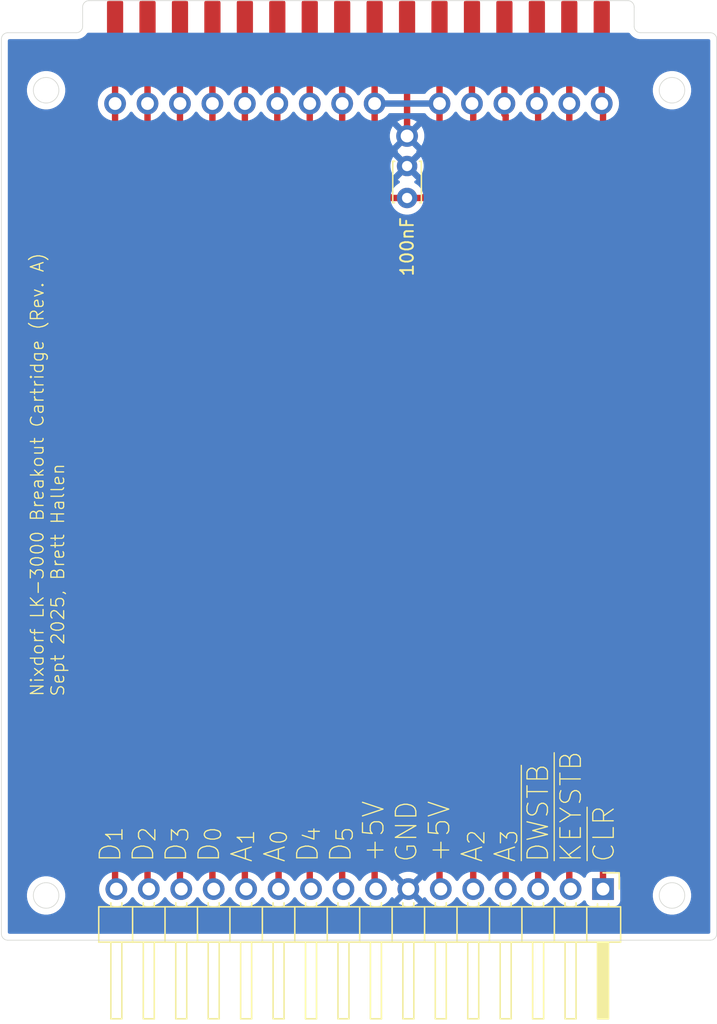
<source format=kicad_pcb>
(kicad_pcb (version 20241229) (generator "pcbnew") (generator_version "9.0")
  (title_block (title "Nixdorf LK-3000 Breakout Cartridge") (date "22/Sep/2025") (rev "A") (company "Brett Hallen") (comment 1 "www.youtube.com/@Brfff"))
  (layers (0 "F.Cu" signal) (2 "B.Cu" signal) (13 "F.Paste" user) (15 "B.Paste" user) (5 "F.SilkS" user "F.Silkscreen") (7 "B.SilkS" user "B.Silkscreen") (1 "F.Mask" user) (3 "B.Mask" user) (25 "Edge.Cuts" user))
  (net 0 "")
  (net 1 "D_{1}")
  (net 2 "A_{0}")
  (net 3 "+5V")
  (net 4 "A_{3}")
  (net 5 "D_{5}")
  (net 6 "~{CLR}")
  (net 7 "A_{2}")
  (net 8 "A_{1}")
  (net 9 "D_{2}")
  (net 10 "GND")
  (net 11 "D_{0}")
  (net 12 "~{DWSTB}")
  (net 13 "D_{4}")
  (net 14 "~{KEYSTB}")
  (net 15 "D_{3}")
  (footprint "Connector_PinHeader_2.54mm:PinHeader_1x16_P2.54mm_Horizontal" (layer "F.Cu") (at 164.1 129 -90)
    (property "Reference" "J2" (hide yes))
    (property "Value" "Breakout" (hide yes))
    (fp_line (start 1.39 39.48) (end 4.15 39.48) (stroke (width 0.12)) (layer "F.SilkS"))
    (fp_line (start 4.15 39.48) (end 4.15 -1.38) (stroke (width 0.12)) (layer "F.SilkS"))
    (fp_line (start 1.077358 38.53) (end 1.39 38.53) (stroke (width 0.12)) (layer "F.SilkS"))
    (fp_line (start 10.15 38.53) (end 4.15 38.53) (stroke (width 0.12)) (layer "F.SilkS"))
    (fp_line (start 1.077358 37.67) (end 1.39 37.67) (stroke (width 0.12)) (layer "F.SilkS"))
    (fp_line (start 4.15 37.67) (end 10.15 37.67) (stroke (width 0.12)) (layer "F.SilkS"))
    (fp_line (start 10.15 37.67) (end 10.15 38.53) (stroke (width 0.12)) (layer "F.SilkS"))
    (fp_line (start 1.39 36.83) (end 4.15 36.83) (stroke (width 0.12)) (layer "F.SilkS"))
    (fp_line (start 1.077358 35.99) (end 1.39 35.99) (stroke (width 0.12)) (layer "F.SilkS"))
    (fp_line (start 10.15 35.99) (end 4.15 35.99) (stroke (width 0.12)) (layer "F.SilkS"))
    (fp_line (start 1.077358 35.13) (end 1.39 35.13) (stroke (width 0.12)) (layer "F.SilkS"))
    (fp_line (start 4.15 35.13) (end 10.15 35.13) (stroke (width 0.12)) (layer "F.SilkS"))
    (fp_line (start 10.15 35.13) (end 10.15 35.99) (stroke (width 0.12)) (layer "F.SilkS"))
    (fp_line (start 1.39 34.29) (end 4.15 34.29) (stroke (width 0.12)) (layer "F.SilkS"))
    (fp_line (start 1.077358 33.45) (end 1.39 33.45) (stroke (width 0.12)) (layer "F.SilkS"))
    (fp_line (start 10.15 33.45) (end 4.15 33.45) (stroke (width 0.12)) (layer "F.SilkS"))
    (fp_line (start 1.077358 32.59) (end 1.39 32.59) (stroke (width 0.12)) (layer "F.SilkS"))
    (fp_line (start 4.15 32.59) (end 10.15 32.59) (stroke (width 0.12)) (layer "F.SilkS"))
    (fp_line (start 10.15 32.59) (end 10.15 33.45) (stroke (width 0.12)) (layer "F.SilkS"))
    (fp_line (start 1.39 31.75) (end 4.15 31.75) (stroke (width 0.12)) (layer "F.SilkS"))
    (fp_line (start 1.077358 30.91) (end 1.39 30.91) (stroke (width 0.12)) (layer "F.SilkS"))
    (fp_line (start 10.15 30.91) (end 4.15 30.91) (stroke (width 0.12)) (layer "F.SilkS"))
    (fp_line (start 1.077358 30.05) (end 1.39 30.05) (stroke (width 0.12)) (layer "F.SilkS"))
    (fp_line (start 4.15 30.05) (end 10.15 30.05) (stroke (width 0.12)) (layer "F.SilkS"))
    (fp_line (start 10.15 30.05) (end 10.15 30.91) (stroke (width 0.12)) (layer "F.SilkS"))
    (fp_line (start 1.39 29.21) (end 4.15 29.21) (stroke (width 0.12)) (layer "F.SilkS"))
    (fp_line (start 1.077358 28.37) (end 1.39 28.37) (stroke (width 0.12)) (layer "F.SilkS"))
    (fp_line (start 10.15 28.37) (end 4.15 28.37) (stroke (width 0.12)) (layer "F.SilkS"))
    (fp_line (start 1.077358 27.51) (end 1.39 27.51) (stroke (width 0.12)) (layer "F.SilkS"))
    (fp_line (start 4.15 27.51) (end 10.15 27.51) (stroke (width 0.12)) (layer "F.SilkS"))
    (fp_line (start 10.15 27.51) (end 10.15 28.37) (stroke (width 0.12)) (layer "F.SilkS"))
    (fp_line (start 1.39 26.67) (end 4.15 26.67) (stroke (width 0.12)) (layer "F.SilkS"))
    (fp_line (start 1.077358 25.83) (end 1.39 25.83) (stroke (width 0.12)) (layer "F.SilkS"))
    (fp_line (start 10.15 25.83) (end 4.15 25.83) (stroke (width 0.12)) (layer "F.SilkS"))
    (fp_line (start 1.077358 24.97) (end 1.39 24.97) (stroke (width 0.12)) (layer "F.SilkS"))
    (fp_line (start 4.15 24.97) (end 10.15 24.97) (stroke (width 0.12)) (layer "F.SilkS"))
    (fp_line (start 10.15 24.97) (end 10.15 25.83) (stroke (width 0.12)) (layer "F.SilkS"))
    (fp_line (start 1.39 24.13) (end 4.15 24.13) (stroke (width 0.12)) (layer "F.SilkS"))
    (fp_line (start 1.077358 23.29) (end 1.39 23.29) (stroke (width 0.12)) (layer "F.SilkS"))
    (fp_line (start 10.15 23.29) (end 4.15 23.29) (stroke (width 0.12)) (layer "F.SilkS"))
    (fp_line (start 1.077358 22.43) (end 1.39 22.43) (stroke (width 0.12)) (layer "F.SilkS"))
    (fp_line (start 4.15 22.43) (end 10.15 22.43) (stroke (width 0.12)) (layer "F.SilkS"))
    (fp_line (start 10.15 22.43) (end 10.15 23.29) (stroke (width 0.12)) (layer "F.SilkS"))
    (fp_line (start 1.39 21.59) (end 4.15 21.59) (stroke (width 0.12)) (layer "F.SilkS"))
    (fp_line (start 1.077358 20.75) (end 1.39 20.75) (stroke (width 0.12)) (layer "F.SilkS"))
    (fp_line (start 10.15 20.75) (end 4.15 20.75) (stroke (width 0.12)) (layer "F.SilkS"))
    (fp_line (start 1.077358 19.89) (end 1.39 19.89) (stroke (width 0.12)) (layer "F.SilkS"))
    (fp_line (start 4.15 19.89) (end 10.15 19.89) (stroke (width 0.12)) (layer "F.SilkS"))
    (fp_line (start 10.15 19.89) (end 10.15 20.75) (stroke (width 0.12)) (layer "F.SilkS"))
    (fp_line (start 1.39 19.05) (end 4.15 19.05) (stroke (width 0.12)) (layer "F.SilkS"))
    (fp_line (start 1.077358 18.21) (end 1.39 18.21) (stroke (width 0.12)) (layer "F.SilkS"))
    (fp_line (start 10.15 18.21) (end 4.15 18.21) (stroke (width 0.12)) (layer "F.SilkS"))
    (fp_line (start 1.077358 17.35) (end 1.39 17.35) (stroke (width 0.12)) (layer "F.SilkS"))
    (fp_line (start 4.15 17.35) (end 10.15 17.35) (stroke (width 0.12)) (layer "F.SilkS"))
    (fp_line (start 10.15 17.35) (end 10.15 18.21) (stroke (width 0.12)) (layer "F.SilkS"))
    (fp_line (start 1.39 16.51) (end 4.15 16.51) (stroke (width 0.12)) (layer "F.SilkS"))
    (fp_line (start 1.077358 15.67) (end 1.39 15.67) (stroke (width 0.12)) (layer "F.SilkS"))
    (fp_line (start 10.15 15.67) (end 4.15 15.67) (stroke (width 0.12)) (layer "F.SilkS"))
    (fp_line (start 1.077358 14.81) (end 1.39 14.81) (stroke (width 0.12)) (layer "F.SilkS"))
    (fp_line (start 4.15 14.81) (end 10.15 14.81) (stroke (width 0.12)) (layer "F.SilkS"))
    (fp_line (start 10.15 14.81) (end 10.15 15.67) (stroke (width 0.12)) (layer "F.SilkS"))
    (fp_line (start 1.39 13.97) (end 4.15 13.97) (stroke (width 0.12)) (layer "F.SilkS"))
    (fp_line (start 1.077358 13.13) (end 1.39 13.13) (stroke (width 0.12)) (layer "F.SilkS"))
    (fp_line (start 10.15 13.13) (end 4.15 13.13) (stroke (width 0.12)) (layer "F.SilkS"))
    (fp_line (start 1.077358 12.27) (end 1.39 12.27) (stroke (width 0.12)) (layer "F.SilkS"))
    (fp_line (start 4.15 12.27) (end 10.15 12.27) (stroke (width 0.12)) (layer "F.SilkS"))
    (fp_line (start 10.15 12.27) (end 10.15 13.13) (stroke (width 0.12)) (layer "F.SilkS"))
    (fp_line (start 1.39 11.43) (end 4.15 11.43) (stroke (width 0.12)) (layer "F.SilkS"))
    (fp_line (start 1.077358 10.59) (end 1.39 10.59) (stroke (width 0.12)) (layer "F.SilkS"))
    (fp_line (start 10.15 10.59) (end 4.15 10.59) (stroke (width 0.12)) (layer "F.SilkS"))
    (fp_line (start 1.077358 9.73) (end 1.39 9.73) (stroke (width 0.12)) (layer "F.SilkS"))
    (fp_line (start 4.15 9.73) (end 10.15 9.73) (stroke (width 0.12)) (layer "F.SilkS"))
    (fp_line (start 10.15 9.73) (end 10.15 10.59) (stroke (width 0.12)) (layer "F.SilkS"))
    (fp_line (start 1.39 8.89) (end 4.15 8.89) (stroke (width 0.12)) (layer "F.SilkS"))
    (fp_line (start 1.077358 8.05) (end 1.39 8.05) (stroke (width 0.12)) (layer "F.SilkS"))
    (fp_line (start 10.15 8.05) (end 4.15 8.05) (stroke (width 0.12)) (layer "F.SilkS"))
    (fp_line (start 1.077358 7.19) (end 1.39 7.19) (stroke (width 0.12)) (layer "F.SilkS"))
    (fp_line (start 4.15 7.19) (end 10.15 7.19) (stroke (width 0.12)) (layer "F.SilkS"))
    (fp_line (start 10.15 7.19) (end 10.15 8.05) (stroke (width 0.12)) (layer "F.SilkS"))
    (fp_line (start 1.39 6.35) (end 4.15 6.35) (stroke (width 0.12)) (layer "F.SilkS"))
    (fp_line (start 1.077358 5.51) (end 1.39 5.51) (stroke (width 0.12)) (layer "F.SilkS"))
    (fp_line (start 10.15 5.51) (end 4.15 5.51) (stroke (width 0.12)) (layer "F.SilkS"))
    (fp_line (start 1.077358 4.65) (end 1.39 4.65) (stroke (width 0.12)) (layer "F.SilkS"))
    (fp_line (start 4.15 4.65) (end 10.15 4.65) (stroke (width 0.12)) (layer "F.SilkS"))
    (fp_line (start 10.15 4.65) (end 10.15 5.51) (stroke (width 0.12)) (layer "F.SilkS"))
    (fp_line (start 1.39 3.81) (end 4.15 3.81) (stroke (width 0.12)) (layer "F.SilkS"))
    (fp_line (start 1.077358 2.97) (end 1.39 2.97) (stroke (width 0.12)) (layer "F.SilkS"))
    (fp_line (start 10.15 2.97) (end 4.15 2.97) (stroke (width 0.12)) (layer "F.SilkS"))
    (fp_line (start 1.077358 2.11) (end 1.39 2.11) (stroke (width 0.12)) (layer "F.SilkS"))
    (fp_line (start 4.15 2.11) (end 10.15 2.11) (stroke (width 0.12)) (layer "F.SilkS"))
    (fp_line (start 10.15 2.11) (end 10.15 2.97) (stroke (width 0.12)) (layer "F.SilkS"))
    (fp_line (start 1.39 1.27) (end 4.15 1.27) (stroke (width 0.12)) (layer "F.SilkS"))
    (fp_line (start 1.16 0.43) (end 1.39 0.43) (stroke (width 0.12)) (layer "F.SilkS"))
    (fp_line (start -1.27 0) (end -1.27 -1.27) (stroke (width 0.12)) (layer "F.SilkS"))
    (fp_line (start 1.16 -0.43) (end 1.39 -0.43) (stroke (width 0.12)) (layer "F.SilkS"))
    (fp_line (start -1.27 -1.27) (end 0 -1.27) (stroke (width 0.12)) (layer "F.SilkS"))
    (fp_line (start 1.39 -1.38) (end 1.39 39.48) (stroke (width 0.12)) (layer "F.SilkS"))
    (fp_line (start 4.15 -1.38) (end 1.39 -1.38) (stroke (width 0.12)) (layer "F.SilkS"))
    (fp_rect (start 4.15 -0.43) (end 10.15 0.43) (stroke (width 0.12)) (fill yes) (layer "F.SilkS"))
    (pad "1" thru_hole rect (at 0 0 270) (size 1.7 1.7) (drill 1) (layers "*.Cu" "*.Mask") (net 6 "~{CLR}"))
    (pad "2" thru_hole circle (at 0 2.54 270) (size 1.7 1.7) (drill 1) (layers "*.Cu" "*.Mask") (net 14 "~{KEYSTB}"))
    (pad "3" thru_hole circle (at 0 5.08 270) (size 1.7 1.7) (drill 1) (layers "*.Cu" "*.Mask") (net 12 "~{DWSTB}"))
    (pad "4" thru_hole circle (at 0 7.62 270) (size 1.7 1.7) (drill 1) (layers "*.Cu" "*.Mask") (net 4 "A_{3}"))
    (pad "5" thru_hole circle (at 0 10.16 270) (size 1.7 1.7) (drill 1) (layers "*.Cu" "*.Mask") (net 7 "A_{2}"))
    (pad "6" thru_hole circle (at 0 12.7 270) (size 1.7 1.7) (drill 1) (layers "*.Cu" "*.Mask") (net 3 "+5V"))
    (pad "7" thru_hole circle (at 0 15.24 270) (size 1.7 1.7) (drill 1) (layers "*.Cu" "*.Mask") (net 10 "GND"))
    (pad "8" thru_hole circle (at 0 17.78 270) (size 1.7 1.7) (drill 1) (layers "*.Cu" "*.Mask") (net 3 "+5V"))
    (pad "9" thru_hole circle (at 0 20.32 270) (size 1.7 1.7) (drill 1) (layers "*.Cu" "*.Mask") (net 5 "D_{5}"))
    (pad "10" thru_hole circle (at 0 22.86 270) (size 1.7 1.7) (drill 1) (layers "*.Cu" "*.Mask") (net 13 "D_{4}"))
    (pad "11" thru_hole circle (at 0 25.4 270) (size 1.7 1.7) (drill 1) (layers "*.Cu" "*.Mask") (net 2 "A_{0}"))
    (pad "12" thru_hole circle (at 0 27.94 270) (size 1.7 1.7) (drill 1) (layers "*.Cu" "*.Mask") (net 8 "A_{1}"))
    (pad "13" thru_hole circle (at 0 30.48 270) (size 1.7 1.7) (drill 1) (layers "*.Cu" "*.Mask") (net 11 "D_{0}"))
    (pad "14" thru_hole circle (at 0 33.02 270) (size 1.7 1.7) (drill 1) (layers "*.Cu" "*.Mask") (net 15 "D_{3}"))
    (pad "15" thru_hole circle (at 0 35.56 270) (size 1.7 1.7) (drill 1) (layers "*.Cu" "*.Mask") (net 9 "D_{2}"))
    (pad "16" thru_hole circle (at 0 38.1 270) (size 1.7 1.7) (drill 1) (layers "*.Cu" "*.Mask") (net 1 "D_{1}"))
  )
  (footprint "Clueless_Engineer:LK-3000_Cartridge" (layer "F.Cu") (at 142.41 59.92)
    (property "Reference" "J1" (hide yes))
    (property "Value" "Cartridge" (hide yes))
    (pad "1" connect roundrect (at 21.59 2.54 270) (size 6 1.27) (layers "F.Cu" "F.Mask") (roundrect_rratio 0.15) (net 6 "~{CLR}"))
    (pad "1" smd circle (at 21.59 5.54 270) (size 1.27 1.27) (layers "F.Cu" "F.Mask" "F.Paste") (net 6 "~{CLR}"))
    (pad "1" thru_hole circle (at 21.59 7.62 270) (size 1.7 1.7) (drill 1) (layers "*.Cu" "*.Mask") (net 6 "~{CLR}"))
    (pad "2" connect roundrect (at 19.05 2.54 270) (size 6 1.27) (layers "F.Cu" "F.Mask") (roundrect_rratio 0.15) (net 14 "~{KEYSTB}"))
    (pad "2" smd circle (at 19.05 5.54 270) (size 1.27 1.27) (layers "F.Cu" "F.Mask" "F.Paste") (net 14 "~{KEYSTB}"))
    (pad "2" thru_hole circle (at 19.05 7.62 270) (size 1.7 1.7) (drill 1) (layers "*.Cu" "*.Mask") (net 14 "~{KEYSTB}"))
    (pad "3" connect roundrect (at 16.51 2.54 270) (size 6 1.27) (layers "F.Cu" "F.Mask") (roundrect_rratio 0.15) (net 12 "~{DWSTB}"))
    (pad "3" smd circle (at 16.51 5.54 270) (size 1.27 1.27) (layers "F.Cu" "F.Mask" "F.Paste") (net 12 "~{DWSTB}"))
    (pad "3" thru_hole circle (at 16.51 7.62 270) (size 1.7 1.7) (drill 1) (layers "*.Cu" "*.Mask") (net 12 "~{DWSTB}"))
    (pad "4" connect roundrect (at 13.97 2.54 270) (size 6 1.27) (layers "F.Cu" "F.Mask") (roundrect_rratio 0.15) (net 4 "A_{3}"))
    (pad "4" smd circle (at 13.97 5.54 270) (size 1.27 1.27) (layers "F.Cu" "F.Mask" "F.Paste") (net 4 "A_{3}"))
    (pad "4" thru_hole circle (at 13.97 7.62 270) (size 1.7 1.7) (drill 1) (layers "*.Cu" "*.Mask") (net 4 "A_{3}"))
    (pad "5" connect roundrect (at 11.43 2.54 270) (size 6 1.27) (layers "F.Cu" "F.Mask") (roundrect_rratio 0.15) (net 7 "A_{2}"))
    (pad "5" smd circle (at 11.43 5.54 270) (size 1.27 1.27) (layers "F.Cu" "F.Mask" "F.Paste") (net 7 "A_{2}"))
    (pad "5" thru_hole circle (at 11.43 7.62 270) (size 1.7 1.7) (drill 1) (layers "*.Cu" "*.Mask") (net 7 "A_{2}"))
    (pad "6" connect roundrect (at 8.89 2.54 270) (size 6 1.27) (layers "F.Cu" "F.Mask") (roundrect_rratio 0.15) (net 3 "+5V"))
    (pad "6" smd circle (at 8.89 5.54 270) (size 1.27 1.27) (layers "F.Cu" "F.Mask" "F.Paste") (net 3 "+5V"))
    (pad "6" thru_hole circle (at 8.89 7.62 270) (size 1.7 1.7) (drill 1) (layers "*.Cu" "*.Mask") (net 3 "+5V"))
    (pad "7" connect roundrect (at 6.35 2.54 270) (size 6 1.27) (layers "F.Cu" "F.Mask") (roundrect_rratio 0.15) (net 10 "GND"))
    (pad "7" smd circle (at 6.35 5.54 270) (size 1.27 1.27) (layers "F.Cu" "F.Mask" "F.Paste") (net 10 "GND"))
    (pad "7" thru_hole circle (at 6.35 10.16 270) (size 1.7 1.7) (drill 1) (layers "*.Cu" "*.Mask") (net 10 "GND"))
    (pad "8" connect roundrect (at 3.81 2.54 270) (size 6 1.27) (layers "F.Cu" "F.Mask") (roundrect_rratio 0.15) (net 3 "+5V"))
    (pad "8" smd circle (at 3.81 5.54 270) (size 1.27 1.27) (layers "F.Cu" "F.Mask" "F.Paste") (net 3 "+5V"))
    (pad "8" thru_hole circle (at 3.81 7.62 270) (size 1.7 1.7) (drill 1) (layers "*.Cu" "*.Mask") (net 3 "+5V"))
    (pad "9" connect roundrect (at 1.27 2.54 270) (size 6 1.27) (layers "F.Cu" "F.Mask") (roundrect_rratio 0.15) (net 5 "D_{5}"))
    (pad "9" smd circle (at 1.27 5.54 270) (size 1.27 1.27) (layers "F.Cu" "F.Mask" "F.Paste") (net 5 "D_{5}"))
    (pad "9" thru_hole circle (at 1.27 7.62 270) (size 1.7 1.7) (drill 1) (layers "*.Cu" "*.Mask") (net 5 "D_{5}"))
    (pad "10" connect roundrect (at -1.27 2.54 270) (size 6 1.27) (layers "F.Cu" "F.Mask") (roundrect_rratio 0.15) (net 13 "D_{4}"))
    (pad "10" smd circle (at -1.27 5.54 270) (size 1.27 1.27) (layers "F.Cu" "F.Mask" "F.Paste") (net 13 "D_{4}"))
    (pad "10" thru_hole circle (at -1.27 7.62 270) (size 1.7 1.7) (drill 1) (layers "*.Cu" "*.Mask") (net 13 "D_{4}"))
    (pad "11" connect roundrect (at -3.81 2.54 270) (size 6 1.27) (layers "F.Cu" "F.Mask") (roundrect_rratio 0.15) (net 2 "A_{0}"))
    (pad "11" smd circle (at -3.81 5.54 270) (size 1.27 1.27) (layers "F.Cu" "F.Mask" "F.Paste") (net 2 "A_{0}"))
    (pad "11" thru_hole circle (at -3.81 7.62 270) (size 1.7 1.7) (drill 1) (layers "*.Cu" "*.Mask") (net 2 "A_{0}"))
    (pad "12" connect roundrect (at -6.35 2.54 270) (size 6 1.27) (layers "F.Cu" "F.Mask") (roundrect_rratio 0.15) (net 8 "A_{1}"))
    (pad "12" smd circle (at -6.35 5.54 270) (size 1.27 1.27) (layers "F.Cu" "F.Mask" "F.Paste") (net 8 "A_{1}"))
    (pad "12" thru_hole circle (at -6.35 7.62 270) (size 1.7 1.7) (drill 1) (layers "*.Cu" "*.Mask") (net 8 "A_{1}"))
    (pad "13" connect roundrect (at -8.89 2.54 270) (size 6 1.27) (layers "F.Cu" "F.Mask") (roundrect_rratio 0.15) (net 11 "D_{0}"))
    (pad "13" smd circle (at -8.89 5.54 270) (size 1.27 1.27) (layers "F.Cu" "F.Mask" "F.Paste") (net 11 "D_{0}"))
    (pad "13" thru_hole circle (at -8.89 7.62 270) (size 1.7 1.7) (drill 1) (layers "*.Cu" "*.Mask") (net 11 "D_{0}"))
    (pad "14" connect roundrect (at -11.43 2.54 270) (size 6 1.27) (layers "F.Cu" "F.Mask") (roundrect_rratio 0.15) (net 15 "D_{3}"))
    (pad "14" smd circle (at -11.43 5.54 270) (size 1.27 1.27) (layers "F.Cu" "F.Mask" "F.Paste") (net 15 "D_{3}"))
    (pad "14" thru_hole circle (at -11.43 7.62 270) (size 1.7 1.7) (drill 1) (layers "*.Cu" "*.Mask") (net 15 "D_{3}"))
    (pad "15" connect roundrect (at -13.97 2.54 270) (size 6 1.27) (layers "F.Cu" "F.Mask") (roundrect_rratio 0.15) (net 9 "D_{2}"))
    (pad "15" smd circle (at -13.97 5.54 270) (size 1.27 1.27) (layers "F.Cu" "F.Mask" "F.Paste") (net 9 "D_{2}"))
    (pad "15" thru_hole circle (at -13.97 7.62 270) (size 1.7 1.7) (drill 1) (layers "*.Cu" "*.Mask") (net 9 "D_{2}"))
    (pad "16" connect roundrect (at -16.51 2.54 270) (size 6 1.27) (layers "F.Cu" "F.Mask") (roundrect_rratio 0.15) (net 1 "D_{1}"))
    (pad "16" smd circle (at -16.51 5.54 270) (size 1.27 1.27) (layers "F.Cu" "F.Mask" "F.Paste") (net 1 "D_{1}"))
    (pad "16" thru_hole circle (at -16.51 7.62 270) (size 1.7 1.7) (drill 1) (layers "*.Cu" "*.Mask") (net 1 "D_{1}"))
  )
  (footprint "Capacitor_THT:C_Disc_D3.0mm_W2.0mm_P2.50mm" (layer "F.Cu") (at 148.76 74.93 90)
    (property "Reference" "C1" (hide yes))
    (property "Value" "100nF" (at -3.81 0 90) (layer "F.SilkS"))
    (fp_line (start 2.87 -1.12) (end 2.87 -0.972) (stroke (width 0.12)) (layer "F.SilkS"))
    (fp_line (start -0.37 -1.12) (end 2.87 -1.12) (stroke (width 0.12)) (layer "F.SilkS"))
    (fp_line (start -0.37 -0.972) (end -0.37 -1.12) (stroke (width 0.12)) (layer "F.SilkS"))
    (fp_line (start 2.87 0.972) (end 2.87 1.12) (stroke (width 0.12)) (layer "F.SilkS"))
    (fp_line (start 2.87 1.12) (end -0.37 1.12) (stroke (width 0.12)) (layer "F.SilkS"))
    (fp_line (start -0.37 1.12) (end -0.37 0.972) (stroke (width 0.12)) (layer "F.SilkS"))
    (pad "1" thru_hole circle (at 0 0 90) (size 1.6 1.6) (drill 0.8) (layers "*.Cu" "*.Mask") (net 3 "+5V"))
    (pad "2" thru_hole circle (at 2.5 0 90) (size 1.6 1.6) (drill 0.8) (layers "*.Cu" "*.Mask") (net 10 "GND"))
  )
  (gr_arc (start 167.04 62) (mid 166.686447 61.853553) (end 166.54 61.5) (stroke (width 0.05)) (layer "Edge.Cuts"))
  (gr_circle (center 169.5 129.5) (end 170.5 129.5) (stroke (width 0.05)) (fill no) (layer "Edge.Cuts"))
  (gr_line (start 173 131) (end 173 132.5) (stroke (width 0.05)) (layer "Edge.Cuts"))
  (gr_line (start 117.5 133) (end 172.5 133) (stroke (width 0.05)) (layer "Edge.Cuts"))
  (gr_line (start 117 62.5) (end 117 132.5) (stroke (width 0.05)) (layer "Edge.Cuts"))
  (gr_line (start 122.86 62) (end 117.5 62) (stroke (width 0.05)) (layer "Edge.Cuts"))
  (gr_arc (start 172.5 62) (mid 172.853553 62.146447) (end 173 62.5) (stroke (width 0.05)) (layer "Edge.Cuts"))
  (gr_arc (start 123.36 61.5) (mid 123.213553 61.853553) (end 122.86 62) (stroke (width 0.05)) (layer "Edge.Cuts"))
  (gr_arc (start 173 132.5) (mid 172.853553 132.853553) (end 172.5 133) (stroke (width 0.05)) (layer "Edge.Cuts"))
  (gr_line (start 166.04 59.49) (end 123.86 59.49) (stroke (width 0.05)) (layer "Edge.Cuts"))
  (gr_circle (center 120.5 129.5) (end 121.5 129.5) (stroke (width 0.05)) (fill no) (layer "Edge.Cuts"))
  (gr_arc (start 166.04 59.49) (mid 166.393553 59.636447) (end 166.54 59.99) (stroke (width 0.05)) (layer "Edge.Cuts"))
  (gr_line (start 166.54 61.5) (end 166.54 59.99) (stroke (width 0.05)) (layer "Edge.Cuts"))
  (gr_line (start 123.36 59.99) (end 123.36 61.5) (stroke (width 0.05)) (layer "Edge.Cuts"))
  (gr_line (start 172.5 62) (end 167.04 62) (stroke (width 0.05)) (layer "Edge.Cuts"))
  (gr_arc (start 123.36 59.99) (mid 123.506447 59.636447) (end 123.86 59.49) (stroke (width 0.05)) (layer "Edge.Cuts"))
  (gr_circle (center 120.5 66.5) (end 121.5 66.5) (stroke (width 0.05)) (fill no) (layer "Edge.Cuts"))
  (gr_circle (center 169.5 66.5) (end 170.5 66.5) (stroke (width 0.05)) (fill no) (layer "Edge.Cuts"))
  (gr_arc (start 117.5 133) (mid 117.146447 132.853553) (end 117 132.5) (stroke (width 0.05)) (layer "Edge.Cuts"))
  (gr_line (start 173 131) (end 173 62.5) (stroke (width 0.05)) (layer "Edge.Cuts"))
  (gr_arc (start 117 62.5) (mid 117.146447 62.146447) (end 117.5 62) (stroke (width 0.05)) (layer "Edge.Cuts"))
  (gr_text "Nixdorf LK-3000 Breakout Cartridge (Rev. A)\nSept 2025, Brett Hallen" (at 122 114 90) (layer "F.SilkS") (effects (font (size 1 1) (thickness 0.1)) (justify left bottom)))
  (gr_text "D_{1}\nD_{2}\nD_{3}\nD_{0}\nA_{1}\nA_{0}\nD_{4}\nD_{5}\n+5V\nGND\n+5V\nA_{2}\nA_{3}\n~{DWSTB}\n~{KEYSTB}\n~{CLR}" (at 165.1 127 90) (layer "F.SilkS") (effects (font (size 1.6 1.6) (thickness 0.1)) (justify left bottom)))
  (segment (start 125.9 67.54) (end 125.9 128.9) (width 0.5) (layer "F.Cu") (net 1))
  (segment (start 125.9 128.9) (end 126 129) (width 0.5) (layer "F.Cu") (net 1))
  (segment (start 125.9 65.46) (end 125.9 67.54) (width 0.5) (layer "F.Cu") (net 1))
  (segment (start 138.6 67.54) (end 138.6 69.6) (width 0.5) (layer "F.Cu") (net 2))
  (segment (start 138.6 65.46) (end 138.6 67.54) (width 0.5) (layer "F.Cu") (net 2))
  (segment (start 138.6 69.6) (end 138.7 69.7) (width 0.5) (layer "F.Cu") (net 2))
  (segment (start 138.7 69.7) (end 138.7 129) (width 0.5) (layer "F.Cu") (net 2))
  (segment (start 151.3 73.66) (end 151.3 128.9) (width 0.5) (layer "F.Cu") (net 3))
  (segment (start 147.49 74.93) (end 146.22 73.66) (width 0.5) (layer "F.Cu") (net 3))
  (segment (start 146.22 71.12) (end 146.22 73.66) (width 0.5) (layer "F.Cu") (net 3))
  (segment (start 146.22 67.54) (end 146.22 71.12) (width 0.5) (layer "F.Cu") (net 3))
  (segment (start 148.76 74.93) (end 150.03 74.93) (width 0.5) (layer "F.Cu") (net 3))
  (segment (start 150.03 74.93) (end 151.3 73.66) (width 0.5) (layer "F.Cu") (net 3))
  (segment (start 146.22 128.9) (end 146.32 129) (width 0.5) (layer "F.Cu") (net 3))
  (segment (start 151.3 71.12) (end 151.3 73.66) (width 0.5) (layer "F.Cu") (net 3))
  (segment (start 151.3 67.54) (end 151.3 71.12) (width 0.5) (layer "F.Cu") (net 3))
  (segment (start 146.22 73.66) (end 146.22 128.9) (width 0.5) (layer "F.Cu") (net 3))
  (segment (start 151.3 128.9) (end 151.4 129) (width 0.5) (layer "F.Cu") (net 3))
  (segment (start 146.22 65) (end 146.22 65.22) (width 0.2) (layer "F.Cu") (net 3))
  (segment (start 151.3 65.46) (end 151.3 67.54) (width 0.5) (layer "F.Cu") (net 3))
  (segment (start 146.22 65.46) (end 146.22 67.54) (width 0.5) (layer "F.Cu") (net 3))
  (segment (start 148.76 74.93) (end 147.49 74.93) (width 0.5) (layer "F.Cu") (net 3))
  (segment (start 146.22 67.54) (end 151.3 67.54) (width 0.5) (layer "B.Cu") (net 3))
  (segment (start 156.38 67.54) (end 156.38 68.38) (width 0.5) (layer "F.Cu") (net 4))
  (segment (start 156.38 65.46) (end 156.38 67.54) (width 0.5) (layer "F.Cu") (net 4))
  (segment (start 156.48 68.48) (end 156.48 129) (width 0.5) (layer "F.Cu") (net 4))
  (segment (start 156.38 68.38) (end 156.48 68.48) (width 0.5) (layer "F.Cu") (net 4))
  (segment (start 143.68 65.46) (end 143.68 67.54) (width 0.5) (layer "F.Cu") (net 5))
  (segment (start 143.68 67.54) (end 143.68 128.9) (width 0.5) (layer "F.Cu") (net 5))
  (segment (start 143.68 128.9) (end 143.78 129) (width 0.5) (layer "F.Cu") (net 5))
  (segment (start 164.1 129) (end 164.1 67.64) (width 0.5) (layer "F.Cu") (net 6))
  (segment (start 164 65.46) (end 164 67.54) (width 0.5) (layer "F.Cu") (net 6))
  (segment (start 164.1 67.64) (end 164 67.54) (width 0.5) (layer "F.Cu") (net 6))
  (segment (start 153.94 67.64) (end 153.84 67.54) (width 0.5) (layer "F.Cu") (net 7))
  (segment (start 153.94 129) (end 153.94 67.64) (width 0.5) (layer "F.Cu") (net 7))
  (segment (start 153.84 65.46) (end 153.84 67.54) (width 0.5) (layer "F.Cu") (net 7))
  (segment (start 136.06 128.9) (end 136.16 129) (width 0.5) (layer "F.Cu") (net 8))
  (segment (start 136.06 67.54) (end 136.06 128.9) (width 0.5) (layer "F.Cu") (net 8))
  (segment (start 136.06 65.46) (end 136.06 67.54) (width 0.5) (layer "F.Cu") (net 8))
  (segment (start 128.44 65.46) (end 128.44 67.54) (width 0.5) (layer "F.Cu") (net 9))
  (segment (start 128.44 67.54) (end 128.44 128.9) (width 0.5) (layer "F.Cu") (net 9))
  (segment (start 128.44 128.9) (end 128.54 129) (width 0.5) (layer "F.Cu") (net 9))
  (segment (start 148.76 65.46) (end 148.76 70.08) (width 0.5) (layer "F.Cu") (net 10))
  (segment (start 133.52 67.54) (end 133.52 128.9) (width 0.5) (layer "F.Cu") (net 11))
  (segment (start 133.52 65.46) (end 133.52 67.54) (width 0.5) (layer "F.Cu") (net 11))
  (segment (start 133.52 128.9) (end 133.62 129) (width 0.5) (layer "F.Cu") (net 11))
  (segment (start 158.92 65.46) (end 158.92 67.54) (width 0.5) (layer "F.Cu") (net 12))
  (segment (start 159.02 129) (end 159.02 67.64) (width 0.5) (layer "F.Cu") (net 12))
  (segment (start 159.02 67.64) (end 158.92 67.54) (width 0.5) (layer "F.Cu") (net 12))
  (segment (start 141.14 65.46) (end 141.14 67.54) (width 0.5) (layer "F.Cu") (net 13))
  (segment (start 141.14 67.54) (end 141.14 128.9) (width 0.5) (layer "F.Cu") (net 13))
  (segment (start 141.14 128.9) (end 141.24 129) (width 0.5) (layer "F.Cu") (net 13))
  (segment (start 161.46 67.54) (end 161.46 128.9) (width 0.5) (layer "F.Cu") (net 14))
  (segment (start 161.46 65.46) (end 161.46 67.54) (width 0.5) (layer "F.Cu") (net 14))
  (segment (start 161.46 128.9) (end 161.56 129) (width 0.5) (layer "F.Cu") (net 14))
  (segment (start 130.98 128.9) (end 131.08 129) (width 0.5) (layer "F.Cu") (net 15))
  (segment (start 130.98 65.46) (end 130.98 67.54) (width 0.5) (layer "F.Cu") (net 15))
  (segment (start 130.98 67.54) (end 130.98 128.9) (width 0.5) (layer "F.Cu") (net 15))
  (zone (net 10) (net_name "GND") (layer "B.Cu") (connect_pads (clearance 0.5)) (min_thickness 0.25) (fill yes (thermal_gap 0.5) (thermal_bridge_width 0.5))
    (polygon (pts (xy 117 62) (xy 173 62) (xy 173 133) (xy 117 133)))
  )
)
</source>
